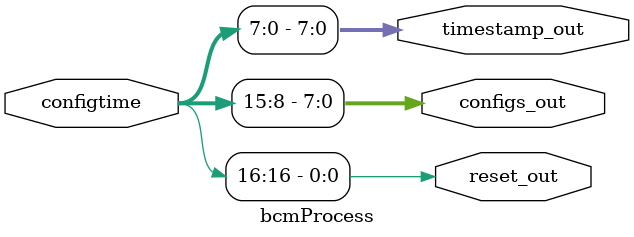
<source format=v>
`timescale 1ns / 1ps

module bcmProcess(
    input [16:0] configtime,
    output reset_out,
    output [7:0] configs_out,
    output [7:0] timestamp_out
    );
    
    assign reset_out = configtime[16];
    assign configs_out = configtime[15:8];
    assign timestamp_out = configtime[7:0];
endmodule

</source>
